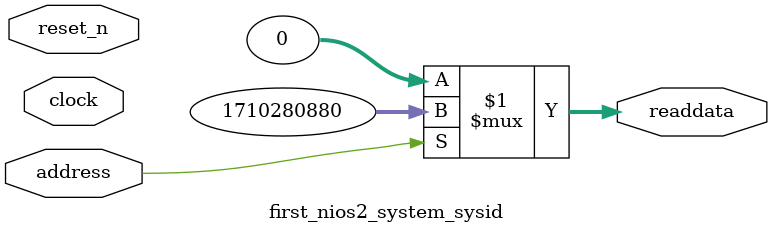
<source format=v>



// synthesis translate_off
`timescale 1ns / 1ps
// synthesis translate_on

// turn off superfluous verilog processor warnings 
// altera message_level Level1 
// altera message_off 10034 10035 10036 10037 10230 10240 10030 

module first_nios2_system_sysid (
               // inputs:
                address,
                clock,
                reset_n,

               // outputs:
                readdata
             )
;

  output  [ 31: 0] readdata;
  input            address;
  input            clock;
  input            reset_n;

  wire    [ 31: 0] readdata;
  //control_slave, which is an e_avalon_slave
  assign readdata = address ? 1710280880 : 0;

endmodule



</source>
